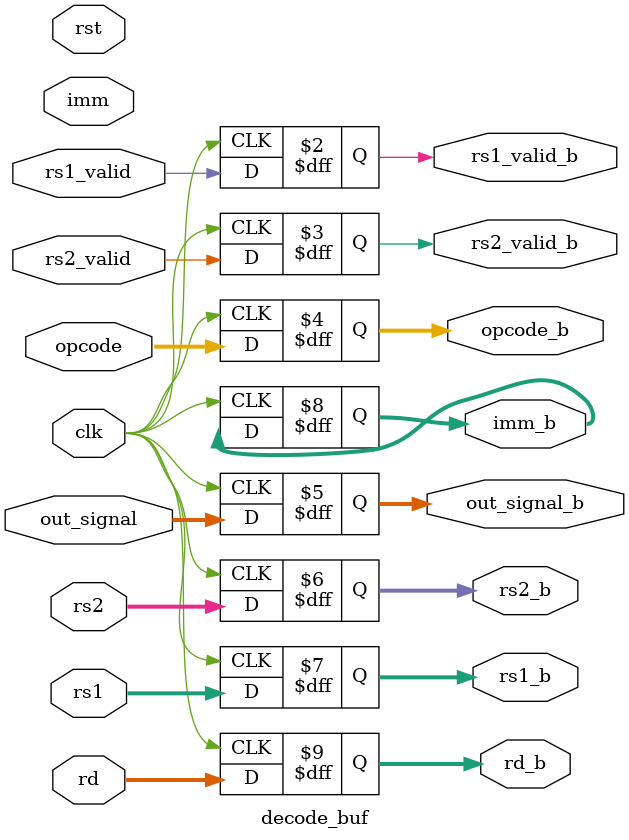
<source format=v>
module decode_buf (
    input clk,
    input rst,
    input rs1_valid,
    input rs2_valid,
    input [6:0] opcode,
    input [36:0] out_signal,
    input  [4:0] rs2,
   input  [4:0] rs1,
   input [31:0] imm,
   input  [31:0] rd,

    output reg rs1_valid_b,
    output reg rs2_valid_b,
    output reg [6:0] opcode_b,
    output reg [36:0] out_signal_b,
    output  reg [4:0] rs2_b,
   output  reg [4:0] rs1_b,
   output reg [31:0] imm_b,
   output reg [31:0] rd_b
);
    
    always @(posedge clk ) begin
        rs1_valid_b <= rs1_valid;
        rs2_valid_b <= rs2_valid;
        opcode_b <= opcode;
        out_signal_b <= out_signal;
        rs2_b <= rs2;
        rs1_b <= rs1;
        imm_b <= imm_b;
        rd_b <= rd;

    end
endmodule
</source>
